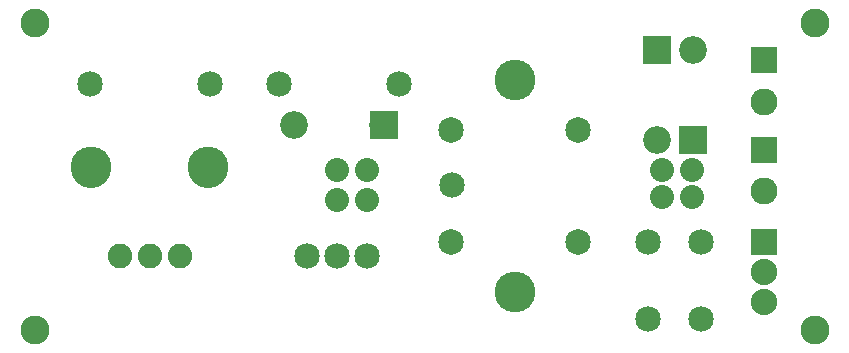
<source format=gts>
G04 MADE WITH FRITZING*
G04 WWW.FRITZING.ORG*
G04 DOUBLE SIDED*
G04 HOLES PLATED*
G04 CONTOUR ON CENTER OF CONTOUR VECTOR*
%ASAXBY*%
%FSLAX23Y23*%
%MOIN*%
%OFA0B0*%
%SFA1.0B1.0*%
%ADD10C,0.085000*%
%ADD11C,0.085118*%
%ADD12C,0.084803*%
%ADD13C,0.135984*%
%ADD14C,0.092000*%
%ADD15C,0.090000*%
%ADD16C,0.080000*%
%ADD17C,0.081889*%
%ADD18C,0.081917*%
%ADD19C,0.134033*%
%ADD20C,0.088000*%
%ADD21C,0.096614*%
%ADD22R,0.092000X0.092000*%
%ADD23R,0.090000X0.090000*%
%ADD24R,0.088000X0.088000*%
%LNMASK1*%
G90*
G70*
G54D10*
X262Y899D03*
X662Y899D03*
G54D11*
X1888Y745D03*
X1467Y745D03*
X1467Y371D03*
X1888Y371D03*
X1888Y745D03*
X1467Y745D03*
X1467Y371D03*
X1888Y371D03*
G54D12*
X1470Y562D03*
G54D13*
X1680Y911D03*
X1678Y206D03*
G54D10*
X893Y898D03*
X1293Y898D03*
G54D14*
X1240Y761D03*
X942Y761D03*
X2271Y713D03*
X2271Y1011D03*
X2151Y1010D03*
X2151Y712D03*
G54D15*
X2508Y677D03*
X2508Y540D03*
G54D10*
X1185Y325D03*
X1085Y325D03*
X985Y325D03*
G54D16*
X2270Y611D03*
X2170Y611D03*
X2270Y521D03*
X2170Y521D03*
X1085Y611D03*
X1085Y511D03*
X1185Y611D03*
X1185Y511D03*
G54D17*
X361Y324D03*
X461Y324D03*
G54D18*
X561Y324D03*
G54D19*
X266Y619D03*
X655Y619D03*
G54D20*
X2508Y372D03*
X2508Y272D03*
X2508Y172D03*
G54D10*
X2300Y371D03*
X2300Y115D03*
X2123Y371D03*
X2123Y115D03*
G54D15*
X2508Y977D03*
X2508Y839D03*
G54D13*
X266Y621D03*
X656Y621D03*
G54D21*
X78Y1103D03*
X2678Y1103D03*
X2678Y78D03*
X78Y78D03*
G54D22*
X1241Y761D03*
X2271Y712D03*
X2151Y1011D03*
G54D23*
X2508Y677D03*
G54D24*
X2508Y372D03*
G54D23*
X2508Y977D03*
G04 End of Mask1*
M02*
</source>
